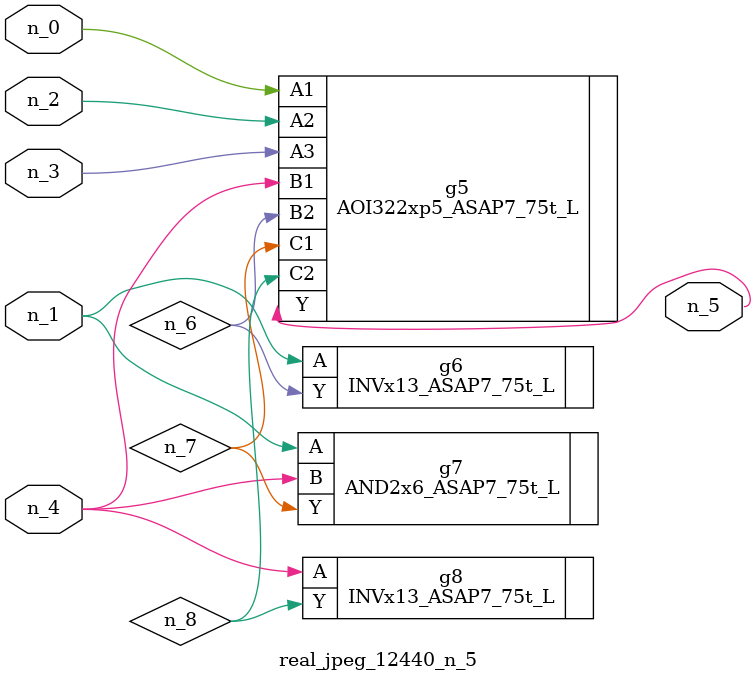
<source format=v>
module real_jpeg_12440_n_5 (n_4, n_0, n_1, n_2, n_3, n_5);

input n_4;
input n_0;
input n_1;
input n_2;
input n_3;

output n_5;

wire n_8;
wire n_6;
wire n_7;

AOI322xp5_ASAP7_75t_L g5 ( 
.A1(n_0),
.A2(n_2),
.A3(n_3),
.B1(n_4),
.B2(n_6),
.C1(n_7),
.C2(n_8),
.Y(n_5)
);

INVx13_ASAP7_75t_L g6 ( 
.A(n_1),
.Y(n_6)
);

AND2x6_ASAP7_75t_L g7 ( 
.A(n_1),
.B(n_4),
.Y(n_7)
);

INVx13_ASAP7_75t_L g8 ( 
.A(n_4),
.Y(n_8)
);


endmodule
</source>
